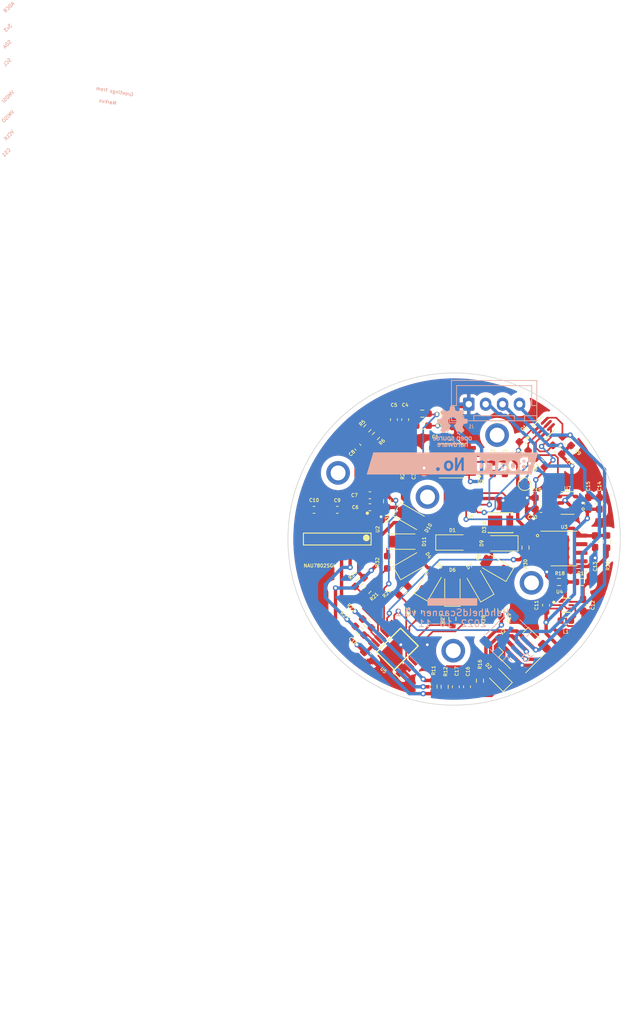
<source format=kicad_pcb>
(kicad_pcb (version 20211014) (generator pcbnew)
  (title_block (title "Plastic Scanner for AED") (date "2022-06-07") (rev "2") (company "PlasticScanner") (comment 1 "By Markus Glavind"))
  (layers (0 "F.Cu" signal) (31 "B.Cu" signal) (34 "B.Paste" user) (35 "F.Paste" user) (36 "B.SilkS" user "B.Silkscreen") (37 "F.SilkS" user "F.Silkscreen") (38 "B.Mask" user) (39 "F.Mask" user) (44 "Edge.Cuts" user))
  (net 0 "")
  (net 1 "GND")
  (net 2 "+2V5")
  (net 3 "Net-(C2-Pad1)")
  (net 4 "Net-(C2-Pad2)")
  (net 5 "Net-(C3-Pad1)")
  (net 6 "Net-(C3-Pad2)")
  (net 7 "/ADC/AIN+")
  (net 8 "/ADC/AIN-")
  (net 9 "Net-(C6-Pad2)")
  (net 10 "Net-(C9-Pad2)")
  (net 11 "+3V3")
  (net 12 "Net-(D4-Pad1)")
  (net 13 "Net-(D5-Pad1)")
  (net 14 "Net-(D6-Pad1)")
  (net 15 "Net-(D7-Pad1)")
  (net 16 "Net-(D8-Pad1)")
  (net 17 "Net-(D9-Pad1)")
  (net 18 "Net-(D10-Pad1)")
  (net 19 "Net-(D11-Pad1)")
  (net 20 "SDA")
  (net 21 "Net-(C8-Pad1)")
  (net 22 "Net-(C8-Pad2)")
  (net 23 "Net-(C9-Pad1)")
  (net 24 "/LED/LED RESET")
  (net 25 "Net-(R21-Pad2)")
  (net 26 "Net-(R22-Pad2)")
  (net 27 "Net-(R23-Pad2)")
  (net 28 "Net-(R25-Pad1)")
  (net 29 "Net-(R26-Pad1)")
  (net 30 "Net-(R27-Pad1)")
  (net 31 "Net-(R28-Pad1)")
  (net 32 "Net-(R29-Pad1)")
  (net 33 "Net-(R30-Pad1)")
  (net 34 "Net-(R31-Pad1)")
  (net 35 "Net-(R32-Pad1)")
  (net 39 "SCL")
  (net 40 "Net-(D2-Pad2)")
  (net 41 "Net-(C10-Pad2)")
  (net 42 "Net-(C12-Pad1)")
  (net 43 "Net-(L1-Pad2)")
  (net 44 "Net-(R17-Pad2)")
  (net 45 "Net-(D3-Pad2)")
  (net 48 "+1V8")
  (net 49 "/MCU + IO/SCL_2v")
  (net 51 "/MCU + IO/SDA_2v")
  (net 53 "Net-(U7-Pad3)")
  (footprint "LED_SMD:LED_1206_3216Metric_Pad1.42x1.75mm_HandSolder" (layer "F.Cu") (at 95.631 111.125 150)
    (fp_text reference "D8")
    (fp_text value "LED")
  )
  (footprint "Capacitor_SMD:C_0603_1608Metric_Pad1.08x0.95mm_HandSolder" (layer "F.Cu") (at 77.089 100.584 180)
    (fp_text reference "C7")
    (fp_text value "0.1uF")
  )
  (footprint "Resistor_SMD:R_0603_1608Metric_Pad0.98x0.95mm_HandSolder" (layer "F.Cu") (at 96.52 117.602 90)
    (fp_text reference "R29")
    (fp_text value "75")
  )
  (footprint "Resistor_SMD:R_0603_1608Metric_Pad0.98x0.95mm_HandSolder" (layer "F.Cu") (at 97.028 96.52 -90)
    (fp_text reference "R1")
    (fp_text value "240k")
  )
  (footprint "Capacitor_SMD:C_0603_1608Metric_Pad1.08x0.95mm_HandSolder" (layer "F.Cu") (at 83.566 95.504 -90)
    (fp_text reference "C3")
    (fp_text value "51p")
  )
  (footprint "Capacitor_SMD:C_0603_1608Metric_Pad1.08x0.95mm_HandSolder" (layer "F.Cu") (at 80.645 89.408 90)
    (fp_text reference "C5")
    (fp_text value "100p")
  )
  (footprint "BSS138DW-7-F-A:Diodes_Inc._-_BSS138DW-7-F-A" (layer "F.Cu") (at 102.743 90.678 45)
    (fp_text reference "Q1")
    (fp_text value "BSS138DW-7-F" hide)
  )
  (footprint "Resistor_SMD:R_0603_1608Metric_Pad0.98x0.95mm_HandSolder" (layer "F.Cu") (at 93.345 128.016 -90)
    (fp_text reference "R16")
    (fp_text value "150")
  )
  (footprint "Resistor_SMD:R_0603_1608Metric_Pad0.98x0.95mm_HandSolder" (layer "F.Cu") (at 84.836 88.519 180)
    (fp_text reference "R4")
    (fp_text value "301")
  )
  (footprint "Resistor_SMD:R_0603_1608Metric_Pad0.98x0.95mm_HandSolder" (layer "F.Cu") (at 106.172 92.583 135)
    (fp_text reference "R9")
    (fp_text value "10k")
  )
  (footprint "Capacitor_SMD:C_0603_1608Metric_Pad1.08x0.95mm_HandSolder" (layer "F.Cu") (at 102.362001 102.616002)
    (fp_text reference "C20")
    (fp_text value "0.1uF")
  )
  (footprint "Resistor_SMD:R_0603_1608Metric_Pad0.98x0.95mm_HandSolder" (layer "F.Cu") (at 99.822 93.345 135)
    (fp_text reference "R7")
    (fp_text value "10k")
  )
  (footprint "Resistor_SMD:R_0603_1608Metric_Pad0.98x0.95mm_HandSolder" (layer "F.Cu") (at 77.978 91.821 -135)
    (fp_text reference "R6")
    (fp_text value "51")
  )
  (footprint "MountingHole:MountingHole_2.2mm_M2_ISO7380_Pad" (layer "F.Cu") (at 85.598 100.838)
    (fp_text reference "H2" hide)
    (fp_text value "MountingHole")
  )
  (footprint "Resistor_SMD:R_0603_1608Metric_Pad0.98x0.95mm_HandSolder" (layer "F.Cu") (at 104.775 93.853 135)
    (fp_text reference "R10")
    (fp_text value "10k")
  )
  (footprint "Capacitor_SMD:C_0603_1608Metric_Pad1.08x0.95mm_HandSolder" (layer "F.Cu") (at 95.25 96.52 -90)
    (fp_text reference "C2")
    (fp_text value "51p")
  )
  (footprint "Capacitor_SMD:C_0603_1608Metric_Pad1.08x0.95mm_HandSolder" (layer "F.Cu") (at 110.9885 101.7905 -90)
    (fp_text reference "C14")
    (fp_text value "10uF")
  )
  (footprint "LED_SMD:LED_1206_3216Metric_Pad1.42x1.75mm_HandSolder" (layer "F.Cu") (at 83.185 103.886 -30)
    (fp_text reference "D10")
    (fp_text value "LED")
  )
  (footprint "LED_SMD:LED_1206_3216Metric_Pad1.42x1.75mm_HandSolder" (layer "F.Cu") (at 85.852 113.538 60)
    (fp_text reference "D5")
    (fp_text value "LED")
  )
  (footprint "Resistor_SMD:R_0603_1608Metric_Pad0.98x0.95mm_HandSolder" (layer "F.Cu") (at 105.029 113.411 180)
    (fp_text reference "R18")
    (fp_text value "100k")
  )
  (footprint "Capacitor_SMD:C_0603_1608Metric_Pad1.08x0.95mm_HandSolder" (layer "F.Cu") (at 91.44 128.905 90)
    (fp_text reference "C16")
    (fp_text value "100n")
  )
  (footprint "LED_SMD:LED_1206_3216Metric_Pad1.42x1.75mm_HandSolder" (layer "F.Cu") (at 96.52 107.696 180)
    (fp_text reference "D9")
    (fp_text value "LED")
  )
  (footprint "Capacitor_SMD:C_0603_1608Metric_Pad1.08x0.95mm_HandSolder" (layer "F.Cu") (at 89.789 128.905 -90)
    (fp_text reference "C17")
    (fp_text value "22u")
  )
  (footprint "Resistor_SMD:R_0603_1608Metric_Pad0.98x0.95mm_HandSolder" (layer "F.Cu") (at 112.141 107.442 90)
    (fp_text reference "R20")
    (fp_text value "1k")
  )
  (footprint "Resistor_SMD:R_0603_1608Metric_Pad0.98x0.95mm_HandSolder" (layer "F.Cu") (at 108.458 113.411 180)
    (fp_text reference "R17")
    (fp_text value "316k")
  )
  (footprint "Nuvoton-NAU7802SGI:Nuvoton-NAU7802SGI" (layer "F.Cu") (at 72.263 107.061 -90)
    (fp_text reference "U2")
    (fp_text value "NAU7802SGI")
  )
  (footprint "Resistor_SMD:R_0603_1608Metric_Pad0.98x0.95mm_HandSolder" (layer "F.Cu") (at 81.915 95.504 90)
    (fp_text reference "R2")
    (fp_text value "240k")
  )
  (footprint "LED_SMD:LED_1206_3216Metric_Pad1.42x1.75mm_HandSolder" (layer "F.Cu") (at 83.185 110.871 30)
    (fp_text reference "D4")
    (fp_text value "LED")
  )
  (footprint "Resistor_SMD:R_0603_1608Metric_Pad0.98x0.95mm_HandSolder" (layer "F.Cu") (at 88.138 128.905 -90)
    (fp_text reference "R12")
    (fp_text value "10k")
  )
  (footprint "Resistor_SMD:R_0603_1608Metric_Pad0.98x0.95mm_HandSolder" (layer "F.Cu") (at 76.662871 119.545293 -45)
    (fp_text reference "R22")
    (fp_text value "0")
  )
  (footprint "Capacitor_SMD:C_0603_1608Metric_Pad1.08x0.95mm_HandSolder" (layer "F.Cu") (at 77.089 102.362 180)
    (fp_text reference "C6")
    (fp_text value "1uF")
  )
  (footprint "Resistor_SMD:R_0603_1608Metric_Pad0.98x0.95mm_HandSolder" (layer "F.Cu") (at 94.996 117.602 90)
    (fp_text reference "R28")
    (fp_text value "75")
  )
  (footprint "Resistor_SMD:R_0603_1608Metric_Pad0.98x0.95mm_HandSolder" (layer "F.Cu") (at 102.235 95.758 -45)
    (fp_text reference "R8")
    (fp_text value "10k")
  )
  (footprint "Resistor_SMD:R_0603_1608Metric_Pad0.98x0.95mm_HandSolder" (layer "F.Cu") (at 84.201 117.856 90)
    (fp_text reference "R26")
    (fp_text value "62")
  )
  (footprint "Capacitor_SMD:C_0603_1608Metric_Pad1.08x0.95mm_HandSolder" (layer "F.Cu") (at 110.363 107.442 -90)
    (fp_text reference "C13")
    (fp_text value "100n")
  )
  (footprint "Capacitor_SMD:C_0603_1608Metric_Pad1.08x0.95mm_HandSolder" (layer "F.Cu") (at 68.834 102.743)
    (fp_text reference "C10")
    (fp_text value "0.1uF")
  )
  (footprint "Capacitor_SMD:C_0603_1608Metric_Pad1.08x0.95mm_HandSolder" (layer "F.Cu") (at 103.124 116.84 90)
    (fp_text reference "C11")
    (fp_text value "2.2uF")
  )
  (footprint "MountingHole:MountingHole_2.2mm_M2_ISO7380_Pad" (layer "F.Cu") (at 89.408 123.571)
    (fp_text reference "H1" hide)
    (fp_text value "MountingHole")
  )
  (footprint "TestPoint:TestPoint_Pad_D1.5mm" (layer "F.Cu") (at 99.949 98.933)
    (fp_text reference "TP4")
    (fp_text value "Test_2.5V")
  )
  (footprint "Capacitor_SMD:C_0603_1608Metric_Pad1.08x0.95mm_HandSolder" (layer "F.Cu") (at 109.337501 101.7905 -90)
    (fp_text reference "C15")
    (fp_text value "10uF")
  )
  (footprint "Resistor_SMD:R_0603_1608Metric_Pad0.98x0.95mm_HandSolder" (layer "F.Cu") (at 79.629 101.473 -90)
    (fp_text reference "R31")
    (fp_text value "75")
  )
  (footprint "OPA2376AID:SOIC127P599X175-8N" (layer "F.Cu") (at 89.281 95.504 180)
    (fp_text reference "U1")
    (fp_text value "OPA2376xxD")
  )
  (footprint "Resistor_SMD:R_0603_1608Metric_Pad0.98x0.95mm_HandSolder" (layer "F.Cu") (at 86.487 128.8815 90)
    (fp_text reference "R11")
    (fp_text value "10k")
  )
  (footprint "Diode_SMD:D_1206_3216Metric_Pad1.42x1.75mm_HandSolder" (layer "F.Cu") (at 89.281 107.569)
    (fp_text reference "D1")
    (fp_text value "0090-3111-185")
  )
  (footprint "Capacitor_SMD:C_0603_1608Metric_Pad1.08x0.95mm_HandSolder" (layer "F.Cu") (at 75.311 93.472 -45)
    (fp_text reference "C8")
    (fp_text value "0.1uF")
  )
  (footprint "Capacitor_SMD:C_0603_1608Metric_Pad1.08x0.95mm_HandSolder" (layer "F.Cu") (at 108.585 116.84 -90)
    (fp_text reference "C12")
    (fp_text value "2.2uF")
  )
  (footprint "Package_SO:SOIC-8_3.9x4.9mm_P1.27mm" (layer "F.Cu") (at 105.791 108.458)
    (fp_text reference "U3")
    (fp_text value "LM285D-2.5")
  )
  (footprint "Capacitor_SMD:C_0603_1608Metric_Pad1.08x0.95mm_HandSolder" (layer "F.Cu") (at 72.263 102.743)
    (fp_text reference "C9")
    (fp_text value "470pF")
  )
  (footprint "MountingHole:MountingHole_2.2mm_M2_ISO7380_Pad" (layer "F.Cu") (at 95.885 91.694)
    (fp_text reference "H4" hide)
    (fp_text value "MountingHole")
  )
  (footprint "MountingHole:MountingHole_2.2mm_M2_ISO7380_Pad" (layer "F.Cu") (at 100.965 113.538)
    (fp_text reference "H3" hide)
    (fp_text value "MountingHole")
  )
  (footprint "Everlight-EAHC2835WD6:Everlight-EAHC2835WD6-MFG" (layer "F.Cu") (at 96.393 104.648 180)
    (fp_text reference "D3")
    (fp_text value "EAHC2835WD6" hide)
  )
  (footprint "Resistor_SMD:R_0603_1608Metric_Pad0.98x0.95mm_HandSolder" (layer "F.Cu") (at 89.281 118.872 90)
    (fp_text reference "R27")
    (fp_text value "70")
  )
  (footprint "LED_SMD:LED_1206_3216Metric_Pad1.42x1.75mm_HandSolder" (layer "F.Cu") (at 82.169 107.442)
    (fp_text reference "D11")
    (fp_text value "LED")
  )
  (footprint "Capacitor_SMD:C_0603_1608Metric_Pad1.08x0.95mm_HandSolder" (layer "F.Cu") (at 88.9 91.948 180)
    (fp_text reference "C1")
    (fp_text value "100n")
  )
  (footprint "TLC59208FIPWR:SOP65P640X120-16N" (layer "F.Cu") (at 81.153 123.317 135)
    (fp_text reference "U5")
    (fp_text value "TLC59208FIPWR" hide)
  )
  (footprint "Capacitor_SMD:C_0603_1608Metric_Pad1.08x0.95mm_HandSolder" (layer "F.Cu") (at 76.842476 124.394632 -45)
    (fp_text reference "C18")
    (fp_text value "100n")
  )
  (footprint "AP7312-1833W6-7:AP7312-1833W6-7" (layer "F.Cu") (at 106.299 101.727 180)
    (fp_text reference "U7")
    (fp_text value "AP7312-1833W6-7" hide)
  )
  (footprint "Capacitor_SMD:C_0603_1608Metric_Pad1.08x0.95mm_HandSolder" (layer "F.Cu") (at 82.296001 89.408 -90)
    (fp_text reference "C4")
    (fp_text value "47n")
  )
  (footprint "LED_SMD:LED_1206_3216Metric_Pad1.42x1.75mm_HandSolder" (layer "F.Cu") (at 93.218 113.665 120)
    (fp_text reference "D7")
    (fp_text value "LED")
  )
  (footprint "Resistor_SMD:R_0603_1608Metric_Pad0.98x0.95mm_HandSolder" (layer "F.Cu") (at 100.076 108.331 90)
    (fp_text reference "R30")
    (fp_text value "75")
  )
  (footprint "TestPoint:TestPoint_Pad_D1.5mm" (layer "F.Cu") (at 79.502 96.393)
    (fp_text reference "TP3")
    (fp_text value "Test_3.3V")
  )
  (footprint "AS7341-DLGT:PSON80P310X200X110-8N" (layer "F.Cu") (at 91.948 101.473 180)
    (fp_text reference "U6")
    (fp_text value "AS7341-DLGT")
  )
  (footprint "LED_SMD:LED_0805_2012Metric_Pad1.15x1.40mm_HandSolder" (layer "F.Cu") (at 96.139 127.635 135)
    (fp_text reference "D2")
    (fp_text value "POWER LED")
  )
  (footprint "Resistor_SMD:R_0603_1608Metric_Pad0.98x0.95mm_HandSolder" (layer "F.Cu") (at 76.708 114.570376 -135)
    (fp_text reference "R21")
    (fp_text value "0")
  )
  (footprint "Resistor_SMD:R_0603_1608Metric_Pad0.98x0.95mm_HandSolder" (layer "F.Cu") (at 84.836 90.297 180)
    (fp_text reference "R3")
    (fp_text value "301")
  )
  (footprint "Resistor_SMD:R_0603_1608Metric_Pad0.98x0.95mm_HandSolder" (layer "F.Cu") (at 76.708 90.678 -135)
    (fp_text reference "R5")
    (fp_text value "51")
  )
  (footprint "Resistor_SMD:R_0603_1608Metric_Pad0.98x0.95mm_HandSolder" (layer "F.Cu") (at 75.565 113.427376 45)
    (fp_text reference "R24")
    (fp_text value "1k")
  )
  (footprint "TPS61023DRLR:Texas_Instruments_-_TPS61023DRLR" (layer "F.Cu") (at 106.045 116.84)
    (fp_text reference "U4")
    (fp_text value "TPS61023DRLR" hide)
  )
  (footprint "Connector_JST:JST_SH_SM04B-SRSS-TB_1x04-1MP_P1.00mm_Horizontal" (layer "F.Cu") (at 99.568 123.571 45)
    (fp_text reference "J2")
    (fp_text value "I2C")
  )
  (footprint "Resistor_SMD:R_0603_1608Metric_Pad0.98x0.95mm_HandSolder" (layer "F.Cu") (at 82.042 114.681 45)
    (fp_text reference "R25")
    (fp_text value "56")
  )
  (footprint "Capacitor_SMD:C_0603_1608Metric_Pad1.08x0.95mm_HandSolder" (layer "F.Cu") (at 102.362001 100.965001)
    (fp_text reference "C19")
    (fp_text value "10uF")
  )
  (footprint "Resistor_SMD:R_0603_1608Metric_Pad0.98x0.95mm_HandSolder" (layer "F.Cu") (at 75.58524 120.622924 -45)
    (fp_text reference "R23")
    (fp_text value "0")
  )
  (footprint "LED_SMD:LED_1206_3216Metric_Pad1.42x1.75mm_HandSolder" (layer "F.Cu") (at 89.281 114.554 90)
    (fp_text reference "D6")
    (fp_text value "LED")
  )
  (footprint "Inductor_SMD:L_0603_1608Metric" (layer "F.Cu") (at 106.045 119.126)
    (fp_text reference "L1")
    (fp_text value "INDUCTOR")
  )
  (footprint "MountingHole:MountingHole_2.2mm_M2_ISO7380_Pad" (layer "F.Cu") (at 72.39 97.282)
    (fp_text reference "H5" hide)
    (fp_text value "MountingHole")
  )
  (footprint "Resistor_SMD:R_0603_1608Metric_Pad0.98x0.95mm_HandSolder" (layer "F.Cu") (at 79.629 110.49 90)
    (fp_text reference "R32")
    (fp_text value "82")
  )
  (footprint "kibuzzard-6346913B" (layer "B.Cu") (at 89.281 95.885 180)
    (fp_text reference "kibuzzard-6346913B" hide)
    (fp_text value "G***" hide)
  )
  (footprint "Connector_JST:JST_XH_B4B-XH-A_1x04_P2.50mm_Vertical" (layer "B.Cu") (at 91.694 87.122)
    (fp_text reference "J1")
    (fp_text value "I2C Debug")
  )
  (footprint "Connector_JST:JST_SH_SM04B-SRSS-TB_1x04-1MP_P1.00mm_Horizontal" (layer "B.Cu") (at 97.536 121.666 45)
    (fp_text reference "J3")
    (fp_text value "I2C")
  )
  (footprint "Symbol:OSHW-Logo_5.7x6mm_SilkScreen" (layer "B.Cu") (at 89.281 90.424 180)
    (fp_text reference "REF**" hide)
    (fp_text value "OSHW-Logo_5.7x6mm_SilkScreen" hide)
  )
  (footprint "Symbol:PlasticScannerLogo" (layer "B.Cu") (at 89.281 114.046 180)
    (fp_text reference "REF**" hide)
    (fp_text value "PlasticScannerLogo" hide)
  )
  (gr_circle locked (center 89.535 107.061) (end 114.046 108.585) (layer "Edge.Cuts") (width 0.1) (fill none))
  (gr_text "SCL" (at 23.495 36.576 45) (layer "B.SilkS") (effects (font (size 0.5 0.5) (thickness 0.1)) (justify mirror)))
  (gr_text "HandheldScanner v0.1\n2022-10-11" (at 89.281 118.745) (layer "B.SilkS") (effects (font (size 1 1)) (justify mirror)))
  (gr_text "VCLK" (at 23.749 47.371 45) (layer "B.SilkS") (effects (font (size 0.5 0.5) (thickness 0.1)) (justify mirror)))
  (gr_text "SDA" (at 23.495 33.909 45) (layer "B.SilkS") (effects (font (size 0.5 0.5) (thickness 0.1)) (justify mirror)))
  (gr_text "CS1" (at 23.368 49.911 45) (layer "B.SilkS") (effects (font (size 0.5 0.5) (thickness 0.1)) (justify mirror)))
  (gr_text "Greetings from" (at 39.37 40.894 -10) (layer "B.SilkS") (effects (font (size 0.5 0.5) (thickness 0.1)) (justify mirror)))
  (gr_text "Markus" (at 38.354 42.418 -10) (layer "B.SilkS") (effects (font (size 0.5 0.5) (thickness 0.1)) (justify mirror)))
  (gr_text "VMOSI" (at 23.622 41.656 45) (layer "B.SilkS") (effects (font (size 0.5 0.5) (thickness 0.1)) (justify mirror)))
  (gr_text "3v3" (at 23.622 31.496 45) (layer "B.SilkS") (effects (font (size 0.5 0.5) (thickness 0.1)) (justify mirror)))
  (gr_text "VMISO" (at 23.622 44.577 45) (layer "B.SilkS") (effects (font (size 0.5 0.5) (thickness 0.1)) (justify mirror)))
  (gr_text "ADCR" (at 23.749 28.448 45) (layer "B.SilkS") (effects (font (size 0.5 0.5) (thickness 0.1)) (justify mirror)))
  (segment (start 82.34148 126.28348) (end 81.87056 125.81256) (width 0.5) (layer "F.Cu") (net 1))
  (segment (start 103.2275 111.9105) (end 103.2275 112.522) (width 0.5) (layer "F.Cu") (net 1))
  (segment (start 75.347512 125.004512) (end 77.452356 125.004512) (width 0.5) (layer "F.Cu") (net 1))
  (segment (start 81.149852 127.003148) (end 81.621812 127.003148) (width 0.5) (layer "F.Cu") (net 1))
  (segment (start 106.19319 117.34) (end 105.69319 116.84) (width 0.254) (layer "F.Cu") (net 1))
  (segment (start 90.1 91.948) (end 91.751 93.599) (width 0.5) (layer "F.Cu") (net 1))
  (segment (start 108.585 117.7025) (end 108.585 120.142) (width 0.5) (layer "F.Cu") (net 1))
  (segment (start 101.499501 100.965001) (end 101.4995 102.616) (width 0.5) (layer "F.Cu") (net 1))
  (segment (start 103.9865 116.84) (end 103.124 115.9775) (width 0.254) (layer "F.Cu") (net 1))
  (segment (start 67.9715 104.591433) (end 67.818 104.744933) (width 0.5) (layer "F.Cu") (net 1))
  (segment (start 89.7625 87.4765) (end 91.3395 87.4765) (width 0.5) (layer "F.Cu") (net 1))
  (segment (start 79.33753 86.741) (end 78.32153 87.757) (width 0.5) (layer "F.Cu") (net 1))
  (segment (start 78.74 103.1505) (end 77.9515 102.362) (width 0.5) (layer "F.Cu") (net 1))
  (segment (start 89.7625 87.4765) (end 89.027 86.741) (width 0.5) (layer "F.Cu") (net 1))
  (segment (start 110.363 108.3045) (end 110.363 109.855) (width 0.5) (layer "F.Cu") (net 1))
  (segment (start 67.818 109.377067) (end 67.818 113.665) (width 0.5) (layer "F.Cu") (net 1))
  (segment (start 67.9715 102.743) (end 67.9715 104.591433) (width 0.5) (layer "F.Cu") (net 1))
  (segment (start 103.2275 112.522) (end 104.1165 113.411) (width 0.5) (layer "F.Cu") (net 1))
  (segment (start 89.7625 91.948) (end 90.1 91.948) (width 0.5) (layer "F.Cu") (net 1))
  (segment (start 97.093126 123.217447) (end 99.568 125.692321) (width 0.5) (layer "F.Cu") (net 1))
  (segment (start 107.277108 119.92752) (end 108.585 118.619628) (width 0.254) (layer "F.Cu") (net 1))
  (segment (start 91.3395 87.4765) (end 91.694 87.122) (width 0.5) (layer "F.Cu") (net 1))
  (segment (start 109.339329 111.11252) (end 104.06552 111.11252) (width 0.5) (layer "F.Cu") (net 1))
  (segment (start 91.44 129.7675) (end 91.8475 130.175) (width 0.5) (layer "F.Cu") (net 1))
  (segment (start 108.585 120.142) (end 102.997 125.73) (width 0.5) (layer "F.Cu") (net 1))
  (segment (start 73.406 121.893258) (end 73.406 123.063) (width 0.5) (layer "F.Cu") (net 1))
  (segment (start 77.452356 125.004512) (end 77.633512 125.004512) (width 0.5) (layer "F.Cu") (net 1))
  (segment (start 96.501 101.073) (end 96.774 101.346) (width 0.5) (layer "F.Cu") (net 1))
  (segment (start 105.69319 116.84) (end 105.305 116.84) (width 0.254) (layer "F.Cu") (net 1))
  (segment (start 78.32153 87.757) (end 77.089 87.757) (width 0.5) (layer "F.Cu") (net 1))
  (segment (start 67.818 113.665) (end 69.85 115.697) (width 0.5) (layer "F.Cu") (net 1))
  (segment (start 67.818 104.744933) (end 67.818 109.377067) (width 0.5) (layer "F.Cu") (net 1))
  (segment (start 72.009 92.837) (end 72.009 93.345) (width 0.5) (layer "F.Cu") (net 1))
  (segment (start 77.633512 125.004512) (end 80.391 127.762) (width 0.5) (layer "F.Cu") (net 1))
  (segment (start 82.34148 126.28348) (end 82.523713 126.101247) (width 0.5) (layer "F.Cu") (net 1))
  (segment (start 78.74 103.759) (end 78.74 103.1505) (width 0.5) (layer "F.Cu") (net 1))
  (segment (start 69.85 115.697) (end 69.85 118.337258) (width 0.5) (layer "F.Cu") (net 1))
  (segment (start 81.621812 127.003148) (end 82.081431 126.543528) (width 0.5) (layer "F.Cu") (net 1))
  (segment (start 106.06848 119.608108) (end 106.387892 119.92752) (width 0.254) (layer "F.Cu") (net 1))
  (segment (start 109.3375 100.927999) (end 110.9885 100.928) (width 0.5) (layer "F.Cu") (net 1))
  (segment (start 104.1165 114.985) (end 103.124 115.9775) (width 0.5) (layer "F.Cu") (net 1))
  (segment (start 108.585 118.619628) (end 108.585 117.7025) (width 0.254) (layer "F.Cu") (net 1))
  (segment (start 106.387892 119.92752) (end 107.277108 119.92752) (width 0.254) (layer "F.Cu") (net 1))
  (segment (start 77.089 87.757) (end 72.009 92.837) (width 0.5) (layer "F.Cu") (net 1))
  (segment (start 69.469 101.2455) (end 67.9715 102.743) (width 0.5) (layer "F.Cu") (net 1))
  (segment (start 104.06552 111.11252) (end 103.316 110.363) (width 0.5) (layer "F.Cu") (net 1))
  (segment (start 95.048568 130.175) (end 96.863784 128.359784) (width 0.5) (layer "F.Cu") (net 1))
  (segment (start 106.785 117.34) (end 106.19319 117.34) (width 0.254) (layer "F.Cu") (net 1))
  (segment (start 103.2275 110.4515) (end 103.316 110.363) (width 0.5) (layer "F.Cu") (net 1))
  (segment (start 96.863784 128.359784) (end 96.863784 123.446789) (width 0.5) (layer "F.Cu") (net 1))
  (segment (start 103.2275 111.9105) (end 103.2275 110.4515) (width 0.5) (layer "F.Cu") (net 1))
  (segment (start 77.9515 100.584) (end 77.9515 102.362) (width 0.5) (layer "F.Cu") (net 1))
  (segment (start 84.839148 123.409841) (end 85.566989 122.682) (width 0.5) (layer "F.Cu") (net 1))
  (segment (start 92.588 101.073) (end 96.501 101.073) (width 0.5) (layer "F.Cu") (net 1))
  (segment (start 73.406 123.063) (end 75.347512 125.004512) (width 0.5) (layer "F.Cu") (net 1))
  (segment (start 82.081431 126.543528) (end 82.34148 126.28348) (width 0.5) (layer "F.Cu") (net 1))
  (segment (start 80.391 127.762) (end 81.149852 127.003148) (width 0.5) (layer "F.Cu") (net 1))
  (segment (start 101.499501 100.965001) (end 101.4995 100.965) (width 0.5) (layer "F.Cu") (net 1))
  (segment (start 82.081431 126.543528) (end 81.661 126.123097) (width 0.5) (layer "F.Cu") (net 1))
  (segment (start 72.009 93.345) (end 69.469 95.885) (width 0.5) (layer "F.Cu") (net 1))
  (segment (start 84.839148 123.751135) (end 84.839148 123.409841) (width 0.5) (layer "F.Cu") (net 1))
  (segment (start 101.499501 103.859499) (end 101.2825 104.0765) (width 0.5) (layer "F.Cu") (net 1))
  (segment (start 101.499501 102.616002) (end 101.499501 103.859499) (width 0.5) (layer "F.Cu") (net 1))
  (segment (start 69.088 104.744933) (end 67.818 104.744933) (width 0.5) (layer "F.Cu") (net 1))
  (segment (start 106.06848 118.05652) (end 106.06848 119.608108) (width 0.254) (layer "F.Cu") (net 1))
  (segment (start 108.538499 101.727) (end 107.499001 101.727001) (width 0.5) (layer "F.Cu") (net 1))
  (segment (start 69.469 95.885) (end 69.469 101.2455) (width 0.5) (layer "F.Cu") (net 1))
  (segment (start 91.8475 130.175) (end 95.048568 130.175) (width 0.5) (layer "F.Cu") (net 1))
  (segment (start 109.3375 100.927999) (end 108.538499 101.727) (width 0.5) (layer "F.Cu") (net 1))
  (segment (start 106.785 117.34) (end 106.06848 118.05652) (width 0.254) (layer "F.Cu") (net 1))
  (segment (start 102.997 125.73) (end 99.568 125.73) (width 0.5) (layer "F.Cu") (net 1))
  (segment (start 89.027 86.741) (end 79.33753 86.741) (width 0.5) (layer "F.Cu") (net 1))
  (segment (start 89.789 129.7675) (end 91.44 129.7675) (width 0.5) (layer "F.Cu") (net 1))
  (segment (start 101.4995 100.965) (end 100.33 100.965) (width 0.5) (layer "F.Cu") (net 1))
  (segment (start 96.863784 123.446789) (end 97.093126 123.217447) (width 0.5) (layer "F.Cu") (net 1))
  (segment (start 81.661 126.123097) (end 81.661 122.682) (width 0.5) (layer "F.Cu") (net 1))
  (segment (start 110.363 109.855) (end 110.363 110.088849) (width 0.5) (layer "F.Cu") (net 1))
  (segment (start 105.305 116.84) (end 103.9865 116.84) (width 0.254) (layer "F.Cu") (net 1))
  (segment (start 99.568 125.692321) (end 99.568 125.73) (width 0.5) (layer "F.Cu") (net 1))
  (segment (start 104.1165 113.411) (end 104.1165 114.985) (width 0.5) (layer "F.Cu") (net 1))
  (segment (start 89.7625 91.948) (end 89.7625 87.4765) (width 0.5) (layer "F.Cu") (net 1))
  (segment (start 110.363 110.088849) (end 109.339329 111.11252) (width 0.5) (layer "F.Cu") (net 1))
  (segment (start 69.85 118.337258) (end 73.406 121.893258) (width 0.5) (layer "F.Cu") (net 1))
  (via (at 101.2825 104.0765) (size 0.8) (drill 0.4) (layers "F.Cu" "B.Cu") (net 1))
  (via (at 85.566989 122.682) (size 0.8) (drill 0.4) (layers "F.Cu" "B.Cu") (net 1))
  (via (at 99.568 125.73) (size 0.8) (drill 0.4) (layers "F.Cu" "B.Cu") (net 1))
  (via (at 96.774 101.346) (size 0.8) (drill 0.4) (layers "F.Cu" "B.Cu") (net 1))
  (via (at 108.538499 101.727) (size 0.8) (drill 0.4) (layers "F.Cu" "B.Cu") (net 1))
  (via (at 78.74 103.759) (size 0.8) (drill 0.4) (layers "F.Cu" "B.Cu") (net 1))
  (via (at 103.2275 111.9105) (size 0.8) (drill 0.4) (layers "F.Cu" "B.Cu") (net 1))
  (via (at 110.363 109.855) (size 0.8) (drill 0.4) (layers "F.Cu" "B.Cu") (net 1))
  (via (at 81.661 122.682) (size 0.8) (drill 0.4) (layers "F.Cu" "B.Cu") (net 1))
  (via (at 100.33 100.965) (size 0.8) (drill 0.4) (layers "F.Cu" "B.Cu") (net 1))
  (segment (start 100.33 100.965) (end 97.155 100.965) (width 0.5) (layer "B.Cu") (net 1))
  (segment (start 101.2825 104.0765) (end 101.2825 109.9655) (width 0.5) (layer "B.Cu") (net 1))
  (segment (start 97.155 100.965) (end 96.774 101.346) (width 0.5) (layer "B.Cu") (net 1))
  (segment (start 101.2825 104.0765) (end 106.4895 104.0765) (width 0.5) (layer "B.Cu") (net 1))
  (segment (start 99.568 125.73) (end 99.478679 125.73) (width 0.5) (layer "B.Cu") (net 1))
  (segment (start 81.661 122.682) (end 78.74 119.761) (width 0.5) (layer "B.Cu") (net 1))
  (segment (start 81.661 122.682) (end 85.566989 122.682) (width 0.5) (layer "B.Cu") (net 1))
  (segment (start 106.4895 104.0765) (end 108.538499 102.027501) (width 0.5) (layer "B.Cu") (net 1))
  (segment (start 108.538499 102.027501) (end 108.538499 101.727) (width 0.5) (layer "B.Cu") (net 1))
  (segment (start 78.74 119.761) (end 78.74 103.759) (width 0.5) (layer "B.Cu") (net 1))
  (segment (start 99.478679 125.73) (end 97.889553 124.140874) (width 0.5) (layer "B.Cu") (net 1))
  (segment (start 101.2825 109.9655) (end 103.2275 111.9105) (width 0.5) (layer "B.Cu") (net 1))
  (segment (start 100.14051 105.47451) (end 98.933 104.267) (width 0.5) (layer "F.Cu") (net 2))
  (segment (start 91.94952 94.67048) (end 91.751 94.869) (width 0.5) (layer "F.Cu") (net 2))
  (segment (start 86.811 93.1745) (end 88.0375 91.948) (width 0.5) (layer "F.Cu") (net 2))
  (segment (start 86.811 93.599) (end 89.854886 93.599) (width 0.5) (layer "F.Cu") (net 2))
  (segment (start 108.266 106.553) (end 107.18751 105.47451) (width 0.5) (layer "F.Cu") (net 2))
  (segment (start 89.854886 93.599) (end 91.124886 94.869) (width 0.5) (layer "F.Cu") (net 2))
  (segment (start 97.550073 94.67048) (end 91.94952 94.67048) (width 0.5) (layer "F.Cu") (net 2))
  (segment (start 98.933 104.267) (end 98.933 98.933) (width 0.5) (layer "F.Cu") (net 2))
  (segment (start 86.811 93.599) (end 86.811 93.1745) (width 0.5) (layer "F.Cu") (net 2))
  (segment (start 98.933 96.053407) (end 97.550073 94.67048) (width 0.5) (layer "F.Cu") (net 2))
  (segment (start 110.363 106.5795) (end 108.2925 106.5795) (width 0.5) (layer "F.Cu") (net 2))
  (segment (start 107.18751 105.47451) (end 100.14051 105.47451) (width 0.5) (layer "F.Cu") (net 2))
  (segment (start 99.949 98.933) (end 98.933 98.933) (width 0.5) (layer "F.Cu") (net 2))
  (segment (start 110.413 106.5295) (end 110.363 106.5795) (width 0.5) (layer "F.Cu") (net 2))
  (segment (start 91.124886 94.869) (end 91.751 94.869) (width 0.5) (layer "F.Cu") (net 2))
  (segment (start 108.2925 106.5795) (end 108.266 106.553) (width 0.5) (layer "F.Cu") (net 2))
  (segment (start 112.141 106.5295) (end 110.413 106.5295) (width 0.5) (layer "F.Cu") (net 2))
  (segment (start 98.933 98.933) (end 98.933 96.053407) (width 0.5) (layer "F.Cu") (net 2))
  (segment (start 92.2325 95.6575) (end 91.751 96.139) (width 0.25) (layer "F.Cu") (net 3))
  (segment (start 91.124886 96.139) (end 91.751 96.139) (width 0.5) (layer "F.Cu") (net 3))
  (segment (start 90.7685 107.569) (end 89.281 106.0815) (width 0.5) (layer "F.Cu") (net 3))
  (segment (start 89.281 106.0815) (end 89.281 97.982886) (width 0.5) (layer "F.Cu") (net 3))
  (segment (start 89.281 97.982886) (end 91.124886 96.139) (width 0.5) (layer "F.Cu") (net 3))
  (segment (start 94.792 95.6075) (end 94.742 95.6575) (width 0.25) (layer "F.Cu") (net 3))
  (segment (start 94.742 95.6575) (end 92.2325 95.6575) (width 0.25) (layer "F.Cu") (net 3))
  (segment (start 96.52 95.6075) (end 94.792 95.6075) (width 0.25) (layer "F.Cu") (net 3))
  (segment (start 94.742 97.3825) (end 91.7775 97.3825) (width 0.25) (layer "F.Cu") (net 4))
  (segment (start 87.122 90.297) (end 85.7485 90.297) (width 0.25) (layer "F.Cu") (net 4))
  (segment (start 94.792 97.4325) (end 94.742 97.3825) (width 0.25) (layer "F.Cu") (net 4))
  (segment (start 91.7775 97.3825) (end 91.751 97.409) (width 0.25) (layer "F.Cu") (net 4))
  (segment (start 91.751 98.355) (end 91.948 98.552) (width 0.25) (layer "F.Cu") (net 4))
  (segment (start 91.751 97.409) (end 91.751 98.355) (width 0.25) (layer "F.Cu") (net 4))
  (segment (start 96.52 97.4325) (end 94.792 97.4325) (width 0.25) (layer "F.Cu") (net 4))
  (via (at 91.948 98.552) (size 0.8) (drill 0.4) (layers "F.Cu" "B.Cu") (net 4))
  (via (at 87.122 90.297) (size 0.8) (drill 0.4) (layers "F.Cu" "B.Cu") (net 4))
  (segment (start 93.599 93.472) (end 92.837 92.71) (width 0.5) (layer "B.Cu") (net 4))
  (segment (start 93.345 98.552) (end 93.599 98.298) (width 0.5) (layer "B.Cu") (net 4))
  (segment (start 91.948 98.552) (end 93.345 98.552) (width 0.5) (layer "B.Cu") (net 4))
  (segment (start 92.837 92.71) (end 91.821 92.71) (width 0.5) (layer "B.Cu") (net 4))
  (segment (start 93.599 98.298) (end 93.599 93.472) (width 0.5) (layer "B.Cu") (net 4))
  (segment (start 89.408 90.297) (end 87.122 90.297) (width 0.5) (layer "B.Cu") (net 4))
  (segment (start 91.821 92.71) (end 89.408 90.297) (width 0.5) (layer "B.Cu") (net 4))
  (segment (start 88.24552 95.677406) (end 87.437114 94.869) (width 0.5) (layer "F.Cu") (net 5))
  (segment (start 87.437114 94.869) (end 86.811 94.869) (width 0.5) (layer "F.Cu") (net 5))
  (segment (start 81.965 94.6415) (end 81.915 94.5915) (width 0.5) (layer "F.Cu") (net 5))
  (segment (start 83.7935 94.869) (end 83.566 94.6415) (width 0.5) (layer "F.Cu") (net 5))
  (segment (start 83.566 94.6415) (end 81.965 94.6415) (width 0.5) (layer "F.Cu") (net 5))
  (segment (start 87.7935 107.569) (end 88.24552 107.11698) (width 0.5) (layer "F.Cu") (net 5))
  (segment (start 86.811 94.869) (end 83.7935 94.869) (width 0.5) (layer "F.Cu") (net 5))
  (segment (start 88.24552 107.11698) (end 88.24552 95.677406) (width 0.5) (layer "F.Cu") (net 5))
  (segment (start 86.995 88.646) (end 85.8755 88.646) (width 0.25) (layer "F.Cu") (net 6))
  (segment (start 85.8755 88.646) (end 85.7485 88.519) (width 0.25) (layer "F.Cu") (net 6))
  (segment (start 83.759 96.5595) (end 83.566 96.3665) (width 0.5) (layer "F.Cu") (net 6))
  (segment (start 85.093508 96.5595) (end 83.759 96.5595) (width 0.5) (layer "F.Cu") (net 6))
  (segment (start 81.965 96.3665) (end 81.915 96.4165) (width 0.5) (layer "F.Cu") (net 6))
  (segment (start 86.811 96.139) (end 85.514008 96.139) (width 0.5) (layer "F.Cu") (net 6))
  (segment (start 83.566 96.3665) (end 81.965 96.3665) (width 0.5) (layer "F.Cu") (net 6))
  (segment (start 85.514008 96.139) (end 85.093508 96.5595) (width 0.5) (layer "F.Cu") (net 6))
  (via (at 86.995 88.646) (size 0.8) (drill 0.4) (layers "F.Cu" "B.Cu") (net 6))
  (via (at 85.093508 96.5595) (size 0.8) (drill 0.4) (layers "F.Cu" "B.Cu") (net 6))
  (segment (start 84.963 90.678) (end 84.963 96.428992) (width 0.25) (layer "B.Cu") (net 6))
  (segment (start 84.963 96.428992) (end 85.093508 96.5595) (width 0.25) (layer "B.Cu") (net 6))
  (segment (start 86.995 88.646) (end 84.963 90.678) (width 0.25) (layer "B.Cu") (net 6))
  (segment (start 82.296001 88.5455) (end 80.645 88.5455) (width 0.2) (layer "F.Cu") (net 7))
  (segment (start 82.322501 88.519) (end 82.296001 88.5455) (width 0.2) (layer "F.Cu") (net 7))
  (segment (start 80.645 88.5455) (end 78.8405 88.5455) (width 0.2) (layer "F.Cu") (net 7))
  (segment (start 83.9235 88.519) (end 82.322501 88.519) (width 0.2) (layer "F.Cu") (net 7))
  (segment (start 78.8405 88.5455) (end 77.353235 90.032765) (width 0.2) (layer "F.Cu") (net 7))
  (segment (start 82.322501 90.297) (end 82.296001 90.2705) (width 0.2) (layer "F.Cu") (net 8))
  (segment (start 80.645 90.2705) (end 79.5285 90.2705) (width 0.2) (layer "F.Cu") (net 8))
  (segment (start 79.5285 90.2705) (end 78.623235 91.175765) (width 0.2) (layer "F.Cu") (net 8))
  (segment (start 82.296001 90.2705) (end 80.645 90.2705) (width 0.2) (layer "F.Cu") (net 8))
  (segment (start 83.9235 90.297) (end 82.322501 90.297) (width 0.2) (layer "F.Cu") (net 8))
  (segment (start 76.2265 102.362) (end 76.2265 104.263433) (width 0.5) (layer "F.Cu") (net 9))
  (segment (start 76.2265 100.584) (end 76.2265 102.362) (width 0.5) (layer "F.Cu") (net 9))
  (segment (start 76.2265 104.263433) (end 76.708 104.744933) (width 0.5) (layer "F.Cu") (net 9))
  (segment (start 73.1255 102.743) (end 73.1255 104.517433) (width 0.25) (layer "F.Cu") (net 10))
  (segment (start 73.1255 104.517433) (end 72.898 104.744933) (width 0.25) (layer "F.Cu") (net 10))
  (segment (start 76.232596 123.730596) (end 75.184 122.682) (width 0.5) (layer "F.Cu") (net 11))
  (segment (start 94.342787 110.38125) (end 94.342787 110.50825) (width 0.5) (layer "F.Cu") (net 11))
  (segment (start 75.438 112.009906) (end 76.210235 112.782141) (width 0.5) (layer "F.Cu") (net 11))
  (segment (start 88.138 129.8175) (end 88.138 129.6935) (width 0.5) (layer "F.Cu") (net 11))
  (segment (start 104.648 123.051159) (end 102.858159 124.841) (width 0.5) (layer "F.Cu") (net 11))
  (segment (start 95.0325 109.691537) (end 94.342787 110.38125) (width 0.5) (layer "F.Cu") (net 11))
  (segment (start 84.963 129.921) (end 86.36 129.921) (width 0.5) (layer "F.Cu") (net 11))
  (segment (start 84.473213 104.62975) (end 84.473213 103.587188) (width 0.5) (layer "F.Cu") (net 11))
  (segment (start 83.6565 105.446463) (end 84.473213 104.62975) (width 0.5) (layer "F.Cu") (net 11))
  (segment (start 89.789 128.0425) (end 91.44 128.0425) (width 0.5) (layer "F.Cu") (net 11))
  (segment (start 72.009 119.507) (end 75.184 122.682) (width 0.5) (layer "F.Cu") (net 11))
  (segment (start 84.473213 110.12725) (end 84.473213 108.258713) (width 0.5) (layer "F.Cu") (net 11))
  (segment (start 102.858159 124.841) (end 100.130893 124.841) (width 0.5) (layer "F.Cu") (net 11))
  (segment (start 103.124 119.38) (end 103.124 121.031) (width 0.5) (layer "F.Cu") (net 11))
  (segment (start 89.281 113.0665) (end 87.412463 113.0665) (width 0.5) (layer "F.Cu") (net 11))
  (segment (start 107.249001 102.677001) (end 105.918 101.346) (width 0.5) (layer "F.Cu") (net 11))
  (segment (start 105.420235 94.752235) (end 106.934 96.266) (width 0.5) (layer "F.Cu") (net 11))
  (segment (start 91.44 128.0425) (end 92.406 128.0425) (width 0.5) (layer "F.Cu") (net 11))
  (segment (start 76.530288 123.784752) (end 77.449514 122.865526) (width 0.5) (layer "F.Cu") (net 11))
  (segment (start 96.497081 122.069919) (end 95.633022 122.933978) (width 0.5) (layer "F.Cu") (net 11))
  (segment (start 103.124 117.7025) (end 103.124 119.38) (width 0.5) (layer "F.Cu") (net 11))
  (segment (start 80.66325 104.62975) (end 78.105 107.188) (width 0.5) (layer "F.Cu") (net 11))
  (segment (start 86.36 129.921) (end 86.487 129.794) (width 0.5) (layer "F.Cu") (net 11))
  (segment (start 95.0325 107.696) (end 95.0325 109.691537) (width 0.5) (layer "F.Cu") (net 11))
  (segment (start 83.185 97.536) (end 83.185 97.409) (width 0.5) (layer "F.Cu") (net 11))
  (segment (start 95.633021 125.166494) (end 93.696015 127.1035) (width 0.5) (layer "F.Cu") (net 11))
  (segment (start 75.438 109.377067) (end 75.438 112.009906) (width 0.5) (layer "F.Cu") (net 11))
  (segment (start 107.499 102.677001) (end 109.3135 102.677001) (width 0.5) (layer "F.Cu") (net 11))
  (segment (start 84.473213 108.258713) (end 83.6565 107.442) (width 0.5) (layer "F.Cu") (net 11))
  (segment (start 78.105 107.188) (end 78.105 110.887376) (width 0.5) (layer "F.Cu") (net 11))
  (segment (start 105.305 117.34) (end 105.305 119.0785) (width 0.254) (layer "F.Cu") (net 11))
  (segment (start 89.970713 112.376787) (end 89.281 113.0665) (width 0.5) (layer "F.Cu") (net 11))
  (segment (start 92.47425 112.376787) (end 89.970713 112.376787) (width 0.5) (layer "F.Cu") (net 11))
  (segment (start 88.138 129.6935) (end 89.789 128.0425) (width 0.5) (layer "F.Cu") (net 11))
  (segment (start 72.009 114.3) (end 72.009 119.507) (width 0.5) (layer "F.Cu") (net 11))
  (segment (start 86.487 129.794) (end 88.1145 129.794) (width 0.5) (layer "F.Cu") (net 11))
  (segment (start 83.185 97.409) (end 86.811 97.409) (width 0.5) (layer "F.Cu") (net 11))
  (segment (start 81.915 98.806) (end 83.185 97.536) (width 0.5) (layer "F.Cu") (net 11))
  (segment (start 84.473213 103.587188) (end 81.915 101.028975) (width 0.5) (layer "F.Cu") (net 11))
  (segment (start 106.817235 93.228235) (end 106.690235 93.228235) (width 0.5) (layer "F.Cu") (net 11))
  (segment (start 105.305 119.0785) (end 105.2575 119.126) (width 0.254) (layer "F.Cu") (net 11))
  (segment (start 105.537 101.727) (end 105.918 101.346) (width 0.5) (layer "F.Cu") (net 11))
  (segment (start 109.3135 102.677001) (end 109.337501 102.653) (width 0.5) (layer "F.Cu") (net 11))
  (segment (start 97.359812 122.069919) (end 96.497081 122.069919) (width 0.5) (layer "F.Cu") (net 11))
  (segment (start 105.305 117.34) (end 103.4865 117.34) (width 0.254) (layer "F.Cu") (net 11))
  (segment (start 76.232596 123.784752) (end 76.530288 123.784752) (width 0.5) (layer "F.Cu") (net 11))
  (segment (start 97.800233 122.51034) (end 97.359812 122.069919) (width 0.5) (layer "F.Cu") (net 11))
  (segment (start 92.406 128.0425) (end 93.345 127.1035) (width 0.5) (layer "F.Cu") (net 11))
  (segment (start 84.473213 110.12725) (end 86.59575 112.249787) (width 0.5) (layer "F.Cu") (net 11))
  (segment (start 100.130893 124.841) (end 100.103447 124.813553) (width 0.5) (layer "F.Cu") (net 11))
  (segment (start 84.473213 104.62975) (end 80.66325 104.62975) (width 0.5) (layer "F.Cu") (net 11))
  (segment (start 78.105 110.887376) (end 77.287688 111.704688) (width 0.5) (layer "F.Cu") (net 11))
  (segment (start 81.915 101.028975) (end 81.915 98.806) (width 0.5) (layer "F.Cu") (net 11))
  (segment (start 109.22 104.013) (end 109.22 102.770501) (width 0.5) (layer "F.Cu") (net 11))
  (segment (start 87.412463 113.0665) (end 86.59575 112.249787) (width 0.5) (layer "F.Cu") (net 11))
  (segment (start 100.103447 124.813553) (end 97.800233 122.51034) (width 0.5) (layer "F.Cu") (net 11))
  (segment (start 103.124 121.031) (end 104.648 122.555) (width 0.5) (layer "F.Cu") (net 11))
  (segment (start 81.915 98.806) (end 79.502 96.393) (width 0.5) (layer "F.Cu") (net 11))
  (segment (start 77.287688 111.704688) (end 76.210235 112.782141) (width 0.5) (layer "F.Cu") (net 11))
  (segment (start 110.9885 102.653) (end 109.337501 102.653) (width 0.5) (layer "F.Cu") (net 11))
  (segment (start 93.696015 127.1035) (end 93.345 127.1035) (width 0.5) (layer "F.Cu") (net 11))
  (segment (start 76.232596 123.784752) (end 76.232596 123.730596) (width 0.5) (layer "F.Cu") (net 11))
  (segment (start 104.648 122.555) (end 104.648 123.051159) (width 0.5) (layer "F.Cu") (net 11))
  (segment (start 109.22 102.770501) (end 109.337501 102.653) (width 0.5) (layer "F.Cu") (net 11))
  (segment (start 83.6565 107.442) (end 83.6565 105.446463) (width 0.5) (layer "F.Cu") (net 11))
  (segment (start 106.690235 93.228235) (end 105.420235 94.498235) (width 0.5) (layer "F.Cu") (net 11))
  (segment (start 95.583 107.1455) (end 95.0325 107.696) (width 0.5) (layer "F.Cu") (net 11))
  (segment (start 105.420235 94.498235) (end 105.420235 94.752235) (width 0.5) (layer "F.Cu") (net 11))
  (segment (start 95.583 104.648) (end 95.583 107.1455) (width 0.5) (layer "F.Cu") (net 11))
  (segment (start 95.633022 122.933978) (end 95.633021 125.166494) (width 0.5) (layer "F.Cu") (net 11))
  (segment (start 105.099 101.727) (end 105.537 101.727) (width 0.5) (layer "F.Cu") (net 11))
  (segment (start 88.1145 129.794) (end 88.138 129.8175) (width 0.5) (layer "F.Cu") (net 11))
  (segment (start 107.499 102.677001) (end 107.249001 102.677001) (width 0.5) (layer "F.Cu") (net 11))
  (segment (start 94.342787 110.50825) (end 92.47425 112.376787) (width 0.5) (layer "F.Cu") (net 11))
  (segment (start 103.4865 117.34) (end 103.124 117.7025) (width 0.254) (layer "F.Cu") (net 11))
  (via (at 75.184 122.682) (size 0.8) (drill 0.4) (layers "F.Cu" "B.Cu") (net 11))
  (via (at 103.124 119.38) (size 0.8) (drill 0.4) (layers "F.Cu" "B.Cu") (net 11))
  (via (at 77.287688 111.704688) (size 0.8) (drill 0.4) (layers "F.Cu" "B.Cu") (net 11))
  (via (at 100.103447 124.813553) (size 0.8) (drill 0.4) (layers "F.Cu" "B.Cu") (net 11))
  (via (at 72.009 114.3) (size 0.8) (drill 0.4) (layers "F.Cu" "B.Cu") (net 11))
  (via (at 106.934 96.266) (size 0.8) (drill 0.4) (layers "F.Cu" "B.Cu") (net 11))
  (via (at 84.963 129.921) (size 0.8) (drill 0.4) (layers "F.Cu" "B.Cu") (net 11))
  (via (at 109.22 104.013) (size 0.8) (drill 0.4) (layers "F.Cu" "B.Cu") (net 11))
  (via (at 105.918 101.346) (size 0.8) (drill 0.4) (layers "F.Cu" "B.Cu") (net 11))
  (segment (start 107.315 105.918) (end 109.22 104.013) (width 0.5) (layer "B.Cu") (net 11))
  (segment (start 107.315 115.189) (end 107.315 106.172) (width 0.5) (layer "B.Cu") (net 11))
  (segment (start 106.934 100.33) (end 105.918 101.346) (width 0.5) (layer "B.Cu") (net 11))
  (segment (start 101.473 94.361) (end 103.378 96.266) (width 0.5) (layer "B.Cu") (net 11))
  (segment (start 106.934 96.266) (end 106.934 100.33) (width 0.5) (layer "B.Cu") (net 11))
  (segment (start 101.473 93.091) (end 101.473 94.361) (width 0.5) (layer "B.Cu") (net 11))
  (segment (start 97.155 88.773) (end 101.473 93.091) (width 0.5) (layer "B.Cu") (net 11))
  (segment (start 99.976446 124.813553) (end 98.59666 123.433767) (width 0.5) (layer "B.Cu") (net 11))
  (segment (start 103.124 119.38) (end 107.315 115.189) (width 0.5) (layer "B.Cu") (net 11))
  (segment (start 82.931 129.921) (end 84.963 129.921) (width 0.5) (layer "B.Cu") (net 11))
  (segment (start 74.692376 114.3) (end 72.009 114.3) (width 0.5) (layer "B.Cu") (net 11))
  (segment (start 75.184 122.682) (end 75.692 122.682) (width 0.5) (layer "B.Cu") (net 11))
  (segment (start 94.194 87.122) (end 94.615 87.122) (width 0.5) (layer "B.Cu") (net 11))
  (segment (start 77.287688 111.704688) (end 74.692376 114.3) (width 0.5) (layer "B.Cu") (net 11))
  (segment (start 75.692 122.682) (end 82.931 129.921) (width 0.5) (layer "B.Cu") (net 11))
  (segment (start 96.647 88.773) (end 97.155 88.773) (width 0.5) (layer "B.Cu") (net 11))
  (segment (start 96.393 88.519) (end 96.647 88.773) (width 0.5) (layer "B.Cu") (net 11))
  (segment (start 107.315 106.172) (end 107.315 105.918) (width 0.5) (layer "B.Cu") (net 11))
  (segment (start 94.615 87.122) (end 96.012 88.519) (width 0.5) (layer "B.Cu") (net 11))
  (segment (start 96.012 88.519) (end 96.393 88.519) (width 0.5) (layer "B.Cu") (net 11))
  (segment (start 100.103447 124.813553) (end 99.976446 124.813553) (width 0.5) (layer "B.Cu") (net 11))
  (segment (start 103.378 96.266) (end 106.934 96.266) (width 0.5) (layer "B.Cu") (net 11))
  (segment (start 82.687235 112.405198) (end 81.896787 111.61475) (width 0.25) (layer "F.Cu") (net 12))
  (segment (start 82.687235 114.035765) (end 82.687235 112.405198) (width 0.25) (layer "F.Cu") (net 12))
  (segment (start 84.201 115.733463) (end 85.10825 114.826213) (width 0.25) (layer "F.Cu") (net 13))
  (segment (start 84.201 116.9435) (end 84.201 115.733463) (width 0.25) (layer "F.Cu") (net 13))
  (segment (start 89.281 117.9595) (end 89.281 116.0415) (width 0.25) (layer "F.Cu") (net 14))
  (segment (start 94.996 116.6895) (end 94.996 115.987463) (width 0.5) (layer "F.Cu") (net 15))
  (segment (start 94.996 115.987463) (end 93.96175 114.953213) (width 0.5) (layer "F.Cu") (net 15))
  (segment (start 96.6235 112.164463) (end 96.919213 111.86875) (width 0.25) (layer "F.Cu") (net 16))
  (segment (start 96.52 112.267963) (end 96.919213 111.86875) (width 0.5) (layer "F.Cu") (net 16))
  (segment (start 96.52 116.6895) (end 96.52 112.267963) (width 0.5) (layer "F.Cu") (net 16))
  (segment (start 99.7985 107.696) (end 100.076 107.4185) (width 0.5) (layer "F.Cu") (net 17))
  (segment (start 98.0075 107.696) (end 99.7985 107.696) (width 0.5) (layer "F.Cu") (net 17))
  (segment (start 81.140037 102.3855) (end 81.896787 103.14225) (width 0.5) (layer "F.Cu") (net 18))
  (segment (start 79.629 102.3855) (end 81.140037 102.3855) (width 0.5) (layer "F.Cu") (net 18))
  (segment (start 79.629 108.4945) (end 80.6815 107.442) (width 0.25) (layer "F.Cu") (net 19))
  (segment (start 79.629 109.5775) (end 79.629 108.4945) (width 0.25) (layer "F.Cu") (net 19))
  (segment (start 103.238841 94.098689) (end 102.159713 94.098689) (width 0.25) (layer "F.Cu") (net 20))
  (segment (start 98.066919 121.362812) (end 96.161445 121.362812) (width 0.5) (layer "F.Cu") (net 20))
  (segment (start 104.129765 93.207765) (end 105.272765 93.207765) (width 0.25) (layer "F.Cu") (net 20))
  (segment (start 86.995 128.905) (end 85.916907 128.905) (width 0.254) (layer "F.Cu") (net 20))
  (segment (start 73.897816 118.9355) (end 74.940005 119.977689) (width 0.25) (layer "F.Cu") (net 20))
  (segment (start 89.2575 126.873) (end 88.138 127.9925) (width 0.5) (layer "F.Cu") (net 20))
  (segment (start 85.916907 128.905) (end 84.963 128.905) (width 0.5) (layer "F.Cu") (net 20))
  (segment (start 101.637499 92.702739) (end 102.565573 91.774665) (width 0.25) (layer "F.Cu") (net 20))
  (segment (start 73.7235 118.9355) (end 73.897816 118.9355) (width 0.25) (layer "F.Cu") (net 20))
  (segment (start 101.637499 93.576475) (end 101.637499 92.702739) (width 0.25) (layer "F.Cu") (net 20))
  (segment (start 74.168 109.377067) (end 74.168 111.252) (width 0.5) (layer "F.Cu") (net 20))
  (segment (start 92.899489 126.048511) (end 92.075 126.873) (width 0.5) (layer "F.Cu") (net 20))
  (segment (start 88.138 127.9925) (end 87.2255 128.905) (width 0.5) (layer "F.Cu") (net 20))
  (segment (start 92.075 126.873) (end 89.2575 126.873) (width 0.5) (layer "F.Cu") (net 20))
  (segment (start 96.161445 121.362812) (end 94.933511 122.590746) (width 0.5) (layer "F.Cu") (net 20))
  (segment (start 94.933511 122.590746) (end 94.93351 124.876748) (width 0.5) (layer "F.Cu") (net 20))
  (segment (start 104.129765 93.207765) (end 103.238841 94.098689) (width 0.25) (layer "F.Cu") (net 20))
  (segment (start 100.203 123.498893) (end 100.203 123.698) (width 0.5) (layer "F.Cu") (net 20))
  (segment (start 93.761746 126.048511) (end 92.899489 126.048511) (width 0.5) (layer "F.Cu") (net 20))
  (segment (start 87.2255 128.905) (end 86.995 128.905) (width 0.5) (layer "F.Cu") (net 20))
  (segment (start 94.93351 124.876748) (end 93.761746 126.048511) (width 0.5) (layer "F.Cu") (net 20))
  (segment (start 98.50734 121.803233) (end 98.066919 121.362812) (width 0.5) (layer "F.Cu") (net 20))
  (segment (start 98.50734 121.803233) (end 100.203 123.498893) (width 0.5) (layer "F.Cu") (net 20))
  (segment (start 105.272765 93.207765) (end 105.283 93.218) (width 0.25) (layer "F.Cu") (net 20))
  (segment (start 102.159713 94.098689) (end 101.637499 93.576475) (width 0.25) (layer "F.Cu") (net 20))
  (via (at 74.168 111.252) (size 0.8) (drill 0.4) (layers "F.Cu" "B.Cu") (net 20))
  (via (at 100.203 123.698) (size 0.8) (drill 0.4) (layers "F.Cu" "B.Cu") (net 20))
  (via (at 105.283 93.218) (size 0.8) (drill 0.4) (layers "F.Cu" "B.Cu") (net 20))
  (via (at 73.7235 118.9355) (size 0.8) (drill 0.4) (layers "F.Cu" "B.Cu") (net 20))
  (via (at 84.963 128.905) (size 0.8) (drill 0.4) (layers "F.Cu" "B.Cu") (net 20))
  (segment (start 73.7235 118.9355) (end 82.296 127.508) (width 0.25) (layer "B.Cu") (net 20))
  (segment (start 70.485 115.697) (end 73.7235 118.9355) (width 0.25) (layer "B.Cu") (net 20))
  (segment (start 70.485 115.697) (end 70.485 113.792) (width 0.5) (layer "B.Cu") (net 20))
  (segment (start 103.686975 120.722025) (end 99.364536 120.722025) (width 0.5) (layer "B.Cu") (net 20))
  (segment (start 74.168 111.252) (end 73.025 111.252) (width 0.5) (layer "B.Cu") (net 20))
  (segment (start 110.998 106.68) (end 108.458 109.22) (width 0.5) (layer "B.Cu") (net 20))
  (segment (start 83.693 128.905) (end 82.296 127.508) (width 0.5) (layer "B.Cu") (net 20))
  (segment (start 108.839 96.774) (end 108.839 99.441) (width 0.5) (layer "B.Cu") (net 20))
  (segment (start 108.839 99.441) (end 110.998 101.6) (width 0.5) (layer "B.Cu") (net 20))
  (segment (start 98.98 89.408) (end 96.694 87.122) (width 0.5) (layer "B.Cu") (net 20))
  (segment (start 99.364536 120.722025) (end 98.713346 121.373215) (width 0.5) (layer "B.Cu") (net 20))
  (segment (start 84.963 128.905) (end 83.693 128.905) (width 0.5) (layer "B.Cu") (net 20))
  (segment (start 105.283 93.218) (end 108.839 96.774) (width 0.5) (layer "B.Cu") (net 20))
  (segment (start 98.713346 122.208346) (end 100.203 123.698) (width 0.5) (layer "B.Cu") (net 20))
  (segment (start 110.998 101.6) (end 110.998 106.68) (width 0.5) (layer "B.Cu") (net 20))
  (segment (start 73.025 111.252) (end 70.485 113.792) (width 0.5) (layer "B.Cu") (net 20))
  (segment (start 99.695 89.408) (end 98.98 89.408) (width 0.5) (layer "B.Cu") (net 20))
  (segment (start 108.458 109.22) (end 108.458 115.951) (width 0.5) (layer "B.Cu") (net 20))
  (segment (start 105.283 93.218) (end 103.505 93.218) (width 0.5) (layer "B.Cu") (net 20))
  (segment (start 98.713346 121.373215) (end 98.713346 122.208346) (width 0.5) (layer "B.Cu") (net 20))
  (segment (start 103.505 93.218) (end 99.695 89.408) (width 0.5) (layer "B.Cu") (net 20))
  (segment (start 82.296 127.508) (end 70.485 115.697) (width 0.5) (layer "B.Cu") (net 20))
  (segment (start 108.458 115.951) (end 103.686975 120.722025) (width 0.5) (layer "B.Cu") (net 20))
  (segment (start 76.062765 91.500475) (end 74.70112 92.86212) (width 0.25) (layer "F.Cu") (net 21))
  (segment (start 74.168 99.568) (end 75.057 98.679) (width 0.5) (layer "F.Cu") (net 21))
  (segment (start 75.057 94.52547) (end 74.168 93.63647) (width 0.5) (layer "F.Cu") (net 21))
  (segment (start 76.062765 91.323235) (end 76.062765 91.500475) (width 0.25) (layer "F.Cu") (net 21))
  (segment (start 75.057 98.679) (end 75.057 94.52547) (width 0.5) (layer "F.Cu") (net 21))
  (segment (start 74.168 93.63647) (end 74.168 93.39524) (width 0.5) (layer "F.Cu") (net 21))
  (segment (start 74.168 104.744933) (end 74.168 99.568) (width 0.5) (layer "F.Cu") (net 21))
  (segment (start 74.70112 92.86212) (end 74.168 93.39524) (width 0.5) (layer "F.Cu") (net 21))
  (segment (start 77.332765 92.669995) (end 75.92088 94.08188) (width 0.25) (layer "F.Cu") (net 22))
  (segment (start 74.93 104.236933) (end 74.93 99.795258) (width 0.5) (layer "F.Cu") (net 22))
  (segment (start 75.438 104.744933) (end 74.93 104.236933) (width 0.5) (layer "F.Cu") (net 22))
  (segment (start 74.93 99.795258) (end 75.92088 98.804378) (width 0.5) (layer "F.Cu") (net 22))
  (segment (start 75.92088 98.804378) (end 75.92088 94.08188) (width 0.5) (layer "F.Cu") (net 22))
  (segment (start 77.332765 92.466235) (end 77.332765 92.669995) (width 0.25) (layer "F.Cu") (net 22))
  (segment (start 71.4005 102.743) (end 71.4005 104.517433) (width 0.25) (layer "F.Cu") (net 23))
  (segment (start 71.4005 104.517433) (end 71.628 104.744933) (width 0.25) (layer "F.Cu") (net 23))
  (segment (start 76.062765 117.337765) (end 76.062765 115.215611) (width 0.25) (layer "F.Cu") (net 25))
  (segment (start 78.280467 120.904086) (end 78.280467 119.555467) (width 0.25) (layer "F.Cu") (net 25))
  (segment (start 78.845711 121.46933) (end 78.280467 120.904086) (width 0.25) (layer "F.Cu") (net 25))
  (segment (start 74.919765 114.072611) (end 76.062765 115.215611) (width 0.25) (layer "F.Cu") (net 25))
  (segment (start 78.280467 119.555467) (end 76.062765 117.337765) (width 0.25) (layer "F.Cu") (net 25))
  (segment (start 77.308106 120.850964) (end 77.308106 120.190528) (width 0.25) (layer "F.Cu") (net 26))
  (segment (start 78.386091 121.928949) (end 77.308106 120.850964) (width 0.25) (layer "F.Cu") (net 26))
  (segment (start 77.926472 122.388569) (end 76.806062 121.268159) (width 0.25) (layer "F.Cu") (net 27))
  (segment (start 76.806062 121.268159) (end 76.230475 121.268159) (width 0.25) (layer "F.Cu") (net 27))
  (segment (start 82.455179 116.384649) (end 81.396765 115.326235) (width 0.25) (layer "F.Cu") (net 28))
  (segment (start 82.455179 125.078798) (end 82.455179 116.384649) (width 0.25) (layer "F.Cu") (net 28))
  (segment (start 83.00067 125.624289) (end 82.455179 125.078798) (width 0.25) (layer "F.Cu") (net 28))
  (segment (start 82.914799 120.054701) (end 84.201 118.7685) (width 0.25) (layer "F.Cu") (net 29))
  (segment (start 82.914799 124.61918) (end 82.914799 120.054701) (width 0.25) (layer "F.Cu") (net 29))
  (segment (start 83.460289 125.16467) (end 82.914799 124.61918) (width 0.25) (layer "F.Cu") (net 29))
  (segment (start 83.374418 124.15956) (end 83.374418 122.365582) (width 0.25) (layer "F.Cu") (net 30))
  (segment (start 83.374418 122.365582) (end 85.9555 119.7845) (width 0.25) (layer "F.Cu") (net 30))
  (segment (start 83.919909 124.705051) (end 83.374418 124.15956) (width 0.25) (layer "F.Cu") (net 30))
  (segment (start 85.9555 119.7845) (end 89.281 119.7845) (width 0.25) (layer "F.Cu") (net 30))
  (segment (start 83.834038 123.289) (end 86.414549 120.708489) (width 0.25) (layer "F.Cu") (net 31))
  (segment (start 89.729807 120.708489) (end 91.923796 118.5145) (width 0.25) (layer "F.Cu") (net 31))
  (segment (start 84.379528 124.245431) (end 83.834038 123.699941) (width 0.25) (layer "F.Cu") (net 31))
  (segment (start 91.923796 118.5145) (end 94.996 118.5145) (width 0.25) (layer "F.Cu") (net 31))
  (segment (start 83.834038 123.699941) (end 83.834038 123.289) (width 0.25) (layer "F.Cu") (net 31))
  (segment (start 86.414549 120.708489) (end 89.729807 120.708489) (width 0.25) (layer "F.Cu") (net 31))
  (segment (start 80.684188 119.630852) (end 80.684188 118.324812) (width 0.25) (layer "F.Cu") (net 32))
  (segment (start 80.684188 118.324812) (end 81.28 117.729) (width 0.25) (layer "F.Cu") (net 32))
  (segment (start 96.52 118.5145) (end 96.52 119.761) (width 0.5) (layer "F.Cu") (net 32))
  (via (at 81.28 117.729) (size 0.8) (drill 0.4) (layers "F.Cu" "B.Cu") (net 32))
  (via (at 96.52 119.761) (size 0.8) (drill 0.4) (layers "F.Cu" "B.Cu") (net 32))
  (segment (start 84.079511 120.528511) (end 95.752489 120.528511) (width 0.25) (layer "B.Cu") (net 32))
  (segment (start 81.28 117.729) (end 84.079511 120.528511) (width 0.25) (layer "B.Cu") (net 32))
  (segment (start 95.752489 120.528511) (end 96.52 119.761) (width 0.25) (layer "B.Cu") (net 32))
  (segment (start 99.2105 110.109) (end 98.298 110.109) (width 0.5) (layer "F.Cu") (net 33))
  (segment (start 79.959688 118.414312) (end 79.959688 118.035187) (width 0.25) (layer "F.Cu") (net 33))
  (segment (start 100.076 109.2435) (end 99.2105 110.109) (width 0.5) (layer "F.Cu") (net 33))
  (segment (start 79.629 118.745) (end 79.959688 118.414312) (width 0.25) (layer "F.Cu") (net 33))
  (segment (start 80.224569 120.090472) (end 79.629 119.494903) (width 0.25) (layer "F.Cu") (net 33))
  (segment (start 79.629 119.494903) (end 79.629 118.745) (width 0.25) (layer "F.Cu") (net 33))
  (via (at 79.959688 118.035187) (size 0.8) (drill 0.4) (layers "F.Cu" "B.Cu") (net 33))
  (via (at 98.298 110.109) (size 0.8) (drill 0.4) (layers "F.Cu" "B.Cu") (net 33))
  (segment (start 79.959688 117.525312) (end 87.376 110.109) (width 0.25) (layer "B.Cu") (net 33))
  (segment (start 79.959688 118.035187) (end 79.959688 117.525312) (width 0.25) (layer "B.Cu") (net 33))
  (segment (start 87.376 110.109) (end 98.298 110.109) (width 0.25) (layer "B.Cu") (net 33))
  (segment (start 79.764949 120.550091) (end 79.179489 119.964631) (width 0.25) (layer "F.Cu") (net 34))
  (segment (start 79.179489 114.368511) (end 79.883 113.665) (width 0.25) (layer "F.Cu") (net 34))
  (segment (start 80.4145 101.346) (end 79.629 100.5605) (width 0.5) (layer "F.Cu") (net 34))
  (segment (start 80.899 101.346) (end 80.4145 101.346) (width 0.5) (layer "F.Cu") (net 34))
  (segment (start 79.179489 119.964631) (end 79.179489 114.368511) (width 0.25) (layer "F.Cu") (net 34))
  (via (at 79.883 113.665) (size 0.8) (drill 0.4) (layers "F.Cu" "B.Cu") (net 34))
  (via (at 80.899 101.346) (size 0.8) (drill 0.4) (layers "F.Cu" "B.Cu") (net 34))
  (segment (start 79.883 113.665) (end 79.883 104.521) (width 0.25) (layer "B.Cu") (net 34))
  (segment (start 79.883 104.521) (end 80.899 103.505) (width 0.25) (layer "B.Cu") (net 34))
  (segment (start 80.899 103.505) (end 80.899 101.346) (width 0.25) (layer "B.Cu") (net 34))
  (segment (start 79.30533 121.009711) (end 78.729979 120.43436) (width 0.25) (layer "F.Cu") (net 35))
  (segment (start 78.729979 120.43436) (end 78.729979 112.301521) (width 0.25) (layer "F.Cu") (net 35))
  (segment (start 78.729979 112.301521) (end 79.629 111.4025) (width 0.25) (layer "F.Cu") (net 35))
  (segment (start 91.821 125.984) (end 88.472 125.984) (width 0.5) (layer "F.Cu") (net 39))
  (segment (start 72.898 109.377067) (end 72.898 115.780422) (width 0.5) (layer "F.Cu") (net 39))
  (segment (start 94.234 124.587) (end 93.472 125.349) (width 0.5) (layer "F.Cu") (net 39))
  (segment (start 101.562321 123.444) (end 101.6 123.444) (width 0.5) (layer "F.Cu") (net 39))
  (segment (start 98.774026 120.655705) (end 95.625295 120.655705) (width 0.5) (layer "F.Cu") (net 39))
  (segment (start 105.537 91.92753) (end 105.537 90.043) (width 0.25) (layer "F.Cu") (net 39))
  (segment (start 74.888289 117.770711) (end 76.017636 118.900058) (width 0.25) (layer "F.Cu") (net 39))
  (segment (start 104.616111 89.122111) (end 103.379651 89.122111) (width 0.25) (layer "F.Cu") (net 39))
  (segment (start 99.214447 121.096126) (end 98.774026 120.655705) (width 0.5) (layer "F.Cu") (net 39))
  (segment (start 105.537 90.043) (end 104.616111 89.122111) (width 0.25) (layer "F.Cu") (net 39))
  (segment (start 85.17 127.969) (end 84.963 127.762) (width 0.5) (layer "F.Cu") (net 39))
  (segment (start 86.487 127.969) (end 85.17 127.969) (width 0.5) (layer "F.Cu") (net 39))
  (segment (start 106.436235 91.937765) (end 106.68 91.694) (width 0.25) (layer "F.Cu") (net 39))
  (segment (start 105.526765 91.937765) (end 105.537 91.92753) (width 0.25) (layer "F.Cu") (net 39))
  (segment (start 88.472 125.984) (end 86.487 127.969) (width 0.5) (layer "F.Cu") (net 39))
  (segment (start 105.526765 91.937765) (end 106.436235 91.937765) (width 0.25) (layer "F.Cu") (net 39))
  (segment (start 93.472 125.349) (end 92.456 125.349) (width 0.5) (layer "F.Cu") (net 39))
  (segment (start 92.456 125.349) (end 91.821 125.984) (width 0.5) (layer "F.Cu") (net 39))
  (segment (start 74.888289 117.770711) (end 72.898 115.780422) (width 0.5) (layer "F.Cu") (net 39))
  (segment (start 95.625295 120.655705) (end 94.234 122.047) (width 0.5) (layer "F.Cu") (net 39))
  (segment (start 99.214447 121.096126) (end 101.562321 123.444) (width 0.5) (layer "F.Cu") (net 39))
  (segment (start 94.234 122.047) (end 94.234 124.587) (width 0.5) (layer "F.Cu") (net 39))
  (segment (start 103.379651 89.122111) (end 102.920427 89.581335) (width 0.25) (layer "F.Cu") (net 39))
  (via (at 74.888289 117.770711) (size 0.8) (drill 0.4) (layers "F.Cu" "B.Cu") (net 39))
  (via (at 101.6 123.444) (size 0.8) (drill 0.4) (layers "F.Cu" "B.Cu") (net 39))
  (via (at 106.68 91.694) (size 0.8) (drill 0.4) (layers "F.Cu" "B.Cu") (net 39))
  (via (at 84.963 127.762) (size 0.8) (drill 0.4) (layers "F.Cu" "B.Cu") (net 39))
  (segment (start 99.194 87.51) (end 99.194 87.122) (width 0.5) (layer "B.Cu") (net 39))
  (segment (start 74.971711 117.770711) (end 84.963 127.762) (width 0.5) (layer "B.Cu") (net 39))
  (segment (start 102.108 123.444) (end 101.6 123.444) (width 0.5) (layer "B.Cu") (net 39))
  (segment (start 106.68 91.694) (end 111.76 96.774) (width 0.5) (layer "B.Cu") (net 39))
  (segment (start 111.76 96.774) (end 111.76 113.792) (width 0.5) (layer "B.Cu") (net 39))
  (segment (start 74.888289 117.770711) (end 74.971711 117.770711) (width 0.5) (layer "B.Cu") (net 39))
  (segment (start 101.6 123.444) (end 101.435321 123.444) (width 0.5) (layer "B.Cu") (net 39))
  (segment (start 111.76 113.792) (end 102.108 123.444) (width 0.5) (layer "B.Cu") (net 39))
  (segment (start 106.68 91.694) (end 103.378 91.694) (width 0.5) (layer "B.Cu") (net 39))
  (segment (start 103.378 91.694) (end 99.194 87.51) (width 0.5) (layer "B.Cu") (net 39))
  (segment (start 101.435321 123.444) (end 100.010874 122.019553) (width 0.5) (layer "B.Cu") (net 39))
  (segment (start 93.345 128.9285) (end 93.395932 128.9285) (width 0.5) (layer "F.Cu") (net 40))
  (segment (start 93.395932 128.9285) (end 95.414216 126.910216) (width 0.5) (layer "F.Cu") (net 40))
  (segment (start 69.6965 102.743) (end 69.6965 104.083433) (width 0.25) (layer "F.Cu") (net 41))
  (segment (start 69.6965 104.083433) (end 70.358 104.744933) (width 0.25) (layer "F.Cu") (net 41))
  (segment (start 109.3705 113.411) (end 109.3705 112.3715) (width 0.5) (layer "F.Cu") (net 42))
  (segment (start 112.141 109.601) (end 112.141 108.3545) (width 0.5) (layer "F.Cu") (net 42))
  (segment (start 106.785 116.34) (end 108.2225 116.34) (width 0.254) (layer "F.Cu") (net 42))
  (segment (start 112.141 109.7515) (end 112.141 108.3545) (width 0.25) (layer "F.Cu") (net 42))
  (segment (start 109.3705 112.3715) (end 112.141 109.601) (width 0.5) (layer "F.Cu") (net 42))
  (segment (start 108.585 114.1965) (end 109.3705 113.411) (width 0.5) (layer "F.Cu") (net 42))
  (segment (start 108.2225 116.34) (end 108.585 115.9775) (width 0.254) (layer "F.Cu") (net 42))
  (segment (start 108.585 115.9775) (end 108.585 114.1965) (width 0.5) (layer "F.Cu") (net 42))
  (segment (start 107.17319 116.84) (end 107.44652 117.11333) (width 0.254) (layer "F.Cu") (net 43))
  (segment (start 107.44652 118.51198) (end 106.8325 119.126) (width 0.254) (layer "F.Cu") (net 43))
  (segment (start 107.44652 117.11333) (end 107.44652 118.51198) (width 0.254) (layer "F.Cu") (net 43))
  (segment (start 106.785 116.84) (end 107.17319 116.84) (width 0.254) (layer "F.Cu") (net 43))
  (segment (start 105.9415 113.411) (end 107.5455 113.411) (width 0.5) (layer "F.Cu") (net 44))
  (segment (start 105.9415 115.7035) (end 105.40452 116.24048) (width 0.5) (layer "F.Cu") (net 44))
  (segment (start 105.9415 113.411) (end 105.9415 115.7035) (width 0.5) (layer "F.Cu") (net 44))
  (segment (start 97.753 101.3004) (end 96.7256 100.273) (width 0.25) (layer "F.Cu") (net 45))
  (segment (start 97.753 104.648) (end 97.753 101.3004) (width 0.25) (layer "F.Cu") (net 45))
  (segment (start 96.7256 100.273) (end 92.588 100.273) (width 0.25) (layer "F.Cu") (net 45))
  (segment (start 105.098999 102.677001) (end 103.285501 102.677001) (width 0.25) (layer "F.Cu") (net 48))
  (segment (start 103.380046 90.040954) (end 102.105954 91.315046) (width 0.254) (layer "F.Cu") (net 48))
  (segment (start 93.039 103.124) (end 92.588 102.673) (width 0.25) (layer "F.Cu") (net 48))
  (segment (start 104.864501 99.325001) (end 104.864501 95.076901) (width 0.25) (layer "F.Cu") (net 48))
  (segment (start 103.2245 100.965001) (end 103.2245 102.616001) (width 0.25) (layer "F.Cu") (net 48))
  (segment (start 103.224501 100.965001) (end 104.864501 99.325001) (width 0.25) (layer "F.Cu") (net 48))
  (segment (start 100.467235 93.990235) (end 101.589765 95.112765) (width 0.25) (layer "F.Cu") (net 48))
  (segment (start 101.589765 95.112765) (end 100.81753 95.885) (width 0.25) (layer "F.Cu") (net 48))
  (segment (start 100.467235 92.953765) (end 102.105954 91.315046) (width 0.25) (layer "F.Cu") (net 48))
  (segment (start 104.440099 94.652499) (end 102.050031 94.652499) (width 0.25) (layer "F.Cu") (net 48))
  (segment (start 100.81753 95.885) (end 100.711 95.885) (width 0.25) (layer "F.Cu") (net 48))
  (segment (start 103.285501 102.677001) (end 103.2245 102.616001) (width 0.25) (layer "F.Cu") (net 48))
  (segment (start 102.050031 94.652499) (end 101.589765 95.112765) (width 0.25) (layer "F.Cu") (net 48))
  (segment (start 93.98 103.124) (end 93.039 103.124) (width 0.25) (layer "F.Cu") (net 48))
  (segment (start 104.864501 95.076901) (end 104.440099 94.652499) (width 0.25) (layer "F.Cu") (net 48))
  (segment (start 100.467235 93.990235) (end 100.467235 92.953765) (width 0.25) (layer "F.Cu") (net 48))
  (via (at 100.711 95.885) (size 0.8) (drill 0.4) (layers "F.Cu" "B.Cu") (net 48))
  (via (at 93.98 103.124) (size 0.8) (drill 0.4) (layers "F.Cu" "B.Cu") (net 48))
  (segment (start 94.996 103.124) (end 95.631 102.489) (width 0.25) (layer "B.Cu") (net 48))
  (segment (start 93.98 103.124) (end 94.996 103.124) (width 0.25) (layer "B.Cu") (net 48))
  (segment (start 95.631 100.965) (end 100.711 95.885) (width 0.25) (layer "B.Cu") (net 48))
  (segment (start 95.631 102.489) (end 95.631 100.965) (width 0.25) (layer "B.Cu") (net 48))
  (segment (start 99.176765 93.863235) (end 99.06 93.98) (width 0.25) (layer "F.Cu") (net 49))
  (segment (start 101.646335 90.855427) (end 101.021103 90.855427) (width 0.25) (layer "F.Cu") (net 49))
  (segment (start 101.021103 90.855427) (end 99.176765 92.699765) (width 0.25) (layer "F.Cu") (net 49))
  (segment (start 94.742 101.981) (end 92.696 101.981) (width 0.25) (layer "F.Cu") (net 49))
  (segment (start 92.696 101.981) (end 92.588 101.873) (width 0.25) (layer "F.Cu") (net 49))
  (segment (start 99.176765 92.699765) (end 99.176765 93.863235) (width 0.25) (layer "F.Cu") (net 49))
  (via (at 94.742 101.981) (size 0.8) (drill 0.4) (layers "F.Cu" "B.Cu") (net 49))
  (via (at 99.06 93.98) (size 0.8) (drill 0.4) (layers "F.Cu" "B.Cu") (net 49))
  (segment (start 94.742 98.298) (end 99.06 93.98) (width 0.25) (layer "B.Cu") (net 49))
  (segment (start 94.742 101.981) (end 94.742 98.298) (width 0.25) (layer "B.Cu") (net 49))
  (segment (start 103.113765 96.403235) (end 104.14 95.377) (width 0.25) (layer "F.Cu") (net 51))
  (segment (start 91.313 102.678) (end 91.308 102.673) (width 0.25) (layer "F.Cu") (net 51))
  (segment (start 102.880235 96.403235) (end 103.113765 96.403235) (width 0.25) (layer "F.Cu") (net 51))
  (segment (start 91.313 104.14) (end 91.313 102.678) (width 0.25) (layer "F.Cu") (net 51))
  (segment (start 102.880235 96.403235) (end 102.880235 97.017765) (width 0.25) (layer "F.Cu") (net 51))
  (segment (start 102.880235 97.017765) (end 101.6 98.298) (width 0.25) (layer "F.Cu") (net 51))
  (segment (start 103.839665 90.500573) (end 103.839665 91.994335) (width 0.25) (layer "F.Cu") (net 51))
  (segment (start 103.839665 91.994335) (end 102.459812 93.374188) (width 0.25) (layer "F.Cu") (net 51))
  (via (at 91.313 104.14) (size 0.8) (drill 0.4) (layers "F.Cu" "B.Cu") (net 51))
  (via (at 102.459812 93.374188) (size 0.8) (drill 0.4) (layers "F.Cu" "B.Cu") (net 51))
  (via (at 101.6 98.298) (size 0.8) (drill 0.4) (layers "F.Cu" "B.Cu") (net 51))
  (via (at 104.14 95.377) (size 0.8) (drill 0.4) (layers "F.Cu" "B.Cu") (net 51))
  (segment (start 99.441 104.14) (end 91.313 104.14) (width 0.25) (layer "B.Cu") (net 51))
  (segment (start 104.14 95.054376) (end 102.459812 93.374188) (width 0.25) (layer "B.Cu") (net 51))
  (segment (start 101.6 101.981) (end 99.441 104.14) (width 0.25) (layer "B.Cu") (net 51))
  (segment (start 101.6 98.298) (end 101.6 101.981) (width 0.25) (layer "B.Cu") (net 51))
  (segment (start 104.14 95.377) (end 104.14 95.054376) (width 0.25) (layer "B.Cu") (net 51))
  (segment (start 107.3435 100.621499) (end 105.2545 100.621499) (width 0.25) (layer "F.Cu") (net 53))
  (segment (start 105.2545 100.621499) (end 105.099 100.776999) (width 0.25) (layer "F.Cu") (net 53))
  (segment (start 107.499 100.776999) (end 107.3435 100.621499) (width 0.25) (layer "F.Cu") (net 53))
  (zone (net 1) (net_name "GND") (layers F&B.Cu) (connect_pads (clearance 0.8)) (min_thickness 0.254) (fill yes (thermal_gap 0.508) (thermal_bridge_width 0.508) (smoothing fillet))
    (polygon (pts (xy 114.681 132.461) (xy 64.643 132.334) (xy 64.643 80.899) (xy 114.808 80.899)))
  )
)
</source>
